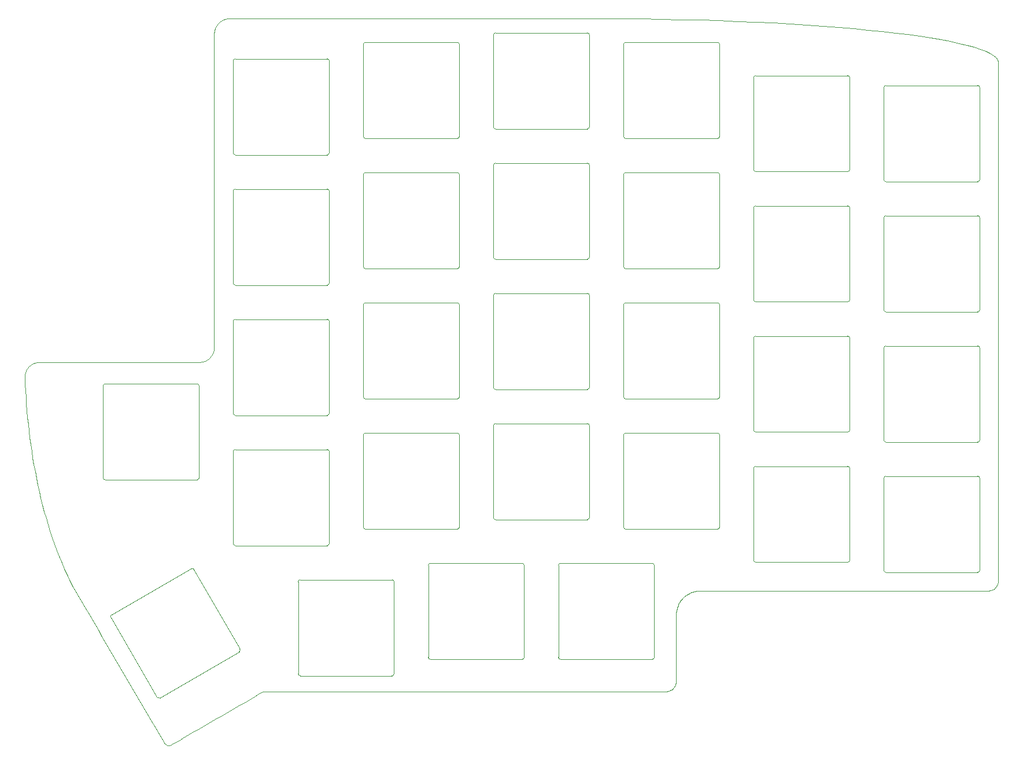
<source format=gm1>
G04 #@! TF.GenerationSoftware,KiCad,Pcbnew,8.0.6*
G04 #@! TF.CreationDate,2025-01-10T15:37:59+13:00*
G04 #@! TF.ProjectId,Plate,506c6174-652e-46b6-9963-61645f706362,1*
G04 #@! TF.SameCoordinates,Original*
G04 #@! TF.FileFunction,Profile,NP*
%FSLAX46Y46*%
G04 Gerber Fmt 4.6, Leading zero omitted, Abs format (unit mm)*
G04 Created by KiCad (PCBNEW 8.0.6) date 2025-01-10 15:37:59*
%MOMM*%
%LPD*%
G01*
G04 APERTURE LIST*
%ADD10C,0.100000*%
G04 #@! TA.AperFunction,Profile*
%ADD11C,0.100000*%
G04 #@! TD*
G04 #@! TA.AperFunction,Profile*
%ADD12C,0.050000*%
G04 #@! TD*
G04 APERTURE END LIST*
D10*
X87597430Y-129588267D02*
X88012250Y-130294122D01*
X88428154Y-131001821D01*
X88845070Y-131711242D01*
X89262926Y-132422261D01*
X89681648Y-133134756D01*
X90101166Y-133848603D01*
X90521406Y-134563680D01*
X90942296Y-135279863D01*
X91363764Y-135997030D01*
X91785738Y-136715058D01*
X92208146Y-137433823D01*
X92630915Y-138153202D01*
X93053972Y-138873074D01*
X93477246Y-139593314D01*
X93900665Y-140313799D01*
X94324156Y-141034408D01*
X94747647Y-141755016D01*
X95171065Y-142475501D01*
X95594338Y-143195739D01*
X96017395Y-143915609D01*
X96440162Y-144634986D01*
X96862568Y-145353748D01*
X97284540Y-146071772D01*
X97706006Y-146788935D01*
X98126893Y-147505114D01*
X98547130Y-148220186D01*
X98966644Y-148934027D01*
X99385363Y-149646516D01*
X99803215Y-150357529D01*
X100220127Y-151066943D01*
X100636027Y-151774635D01*
X101050843Y-152480482D01*
D11*
X179423908Y-130145741D02*
X221564560Y-130145741D01*
X82742337Y-96700554D02*
X106087429Y-96700751D01*
D10*
X80542927Y-98902886D02*
X80585037Y-99870952D01*
X80636267Y-100843497D01*
X80696855Y-101820012D01*
X80767041Y-102799992D01*
X80847063Y-103782929D01*
X80937159Y-104768317D01*
X81037568Y-105755648D01*
X81148530Y-106744417D01*
X81270282Y-107734116D01*
X81403064Y-108724238D01*
X81547114Y-109714277D01*
X81702671Y-110703725D01*
X81869974Y-111692077D01*
X82049261Y-112678825D01*
X82240771Y-113663462D01*
X82444743Y-114645481D01*
X82661415Y-115624377D01*
X82891027Y-116599641D01*
X83133817Y-117570767D01*
X83390023Y-118537249D01*
X83659885Y-119498579D01*
X83943641Y-120454251D01*
X84241529Y-121403758D01*
X84553789Y-122346593D01*
X84880660Y-123282249D01*
X85222379Y-124210220D01*
X85579187Y-125129998D01*
X85951320Y-126041077D01*
X86339019Y-126942951D01*
X86742522Y-127835111D01*
X87162067Y-128717052D01*
X87597894Y-129588267D01*
D11*
X108287065Y-94500652D02*
X108287065Y-48642768D01*
D10*
X175923908Y-143367664D02*
X175916171Y-143521141D01*
X175893461Y-143670160D01*
X175856528Y-143813968D01*
X175806125Y-143951816D01*
X175743002Y-144082952D01*
X175667909Y-144206624D01*
X175581598Y-144322083D01*
X175484821Y-144428577D01*
X175378327Y-144525354D01*
X175262868Y-144611665D01*
X175139196Y-144686758D01*
X175008060Y-144749881D01*
X174870212Y-144800284D01*
X174726404Y-144837217D01*
X174577385Y-144859927D01*
X174423908Y-144867664D01*
X82742093Y-96700750D02*
X82627504Y-96703569D01*
X82514581Y-96711940D01*
X82403454Y-96725734D01*
X82294251Y-96744822D01*
X82187102Y-96769073D01*
X82082136Y-96798359D01*
X81979482Y-96832550D01*
X81879271Y-96871517D01*
X81781630Y-96915130D01*
X81686690Y-96963259D01*
X81594579Y-97015776D01*
X81505428Y-97072551D01*
X81419365Y-97133454D01*
X81336519Y-97198356D01*
X81257021Y-97267128D01*
X81180998Y-97339641D01*
X81108582Y-97415763D01*
X81039900Y-97495368D01*
X80975082Y-97578324D01*
X80914258Y-97664502D01*
X80857557Y-97753774D01*
X80805108Y-97846009D01*
X80757040Y-97941078D01*
X80713483Y-98038853D01*
X80674566Y-98139202D01*
X80640418Y-98241997D01*
X80611169Y-98347109D01*
X80586949Y-98454408D01*
X80567885Y-98563765D01*
X80554108Y-98675049D01*
X80545747Y-98788133D01*
X80542932Y-98902886D01*
X223064560Y-52792761D02*
X222988892Y-52465739D01*
X222764320Y-52143040D01*
X222394485Y-51825060D01*
X221883031Y-51512196D01*
X221233600Y-51204845D01*
X220449836Y-50903406D01*
X219535381Y-50608276D01*
X218493879Y-50319852D01*
X217328972Y-50038531D01*
X216044305Y-49764711D01*
X214643519Y-49498790D01*
X213130257Y-49241164D01*
X211508163Y-48992231D01*
X209780880Y-48752389D01*
X207952051Y-48522035D01*
X206025318Y-48301567D01*
X204004325Y-48091381D01*
X201892715Y-47891875D01*
X199694130Y-47703447D01*
X197412214Y-47526494D01*
X195050610Y-47361413D01*
X192612961Y-47208602D01*
X190102909Y-47068459D01*
X187524098Y-46941380D01*
X184880171Y-46827763D01*
X182174771Y-46728006D01*
X179411541Y-46642506D01*
X176594123Y-46571660D01*
X173726162Y-46515865D01*
X170811299Y-46475520D01*
X167853178Y-46451022D01*
X164855442Y-46442768D01*
X101050843Y-152480482D02*
X101119896Y-152566187D01*
X101200202Y-152637257D01*
X101289704Y-152693610D01*
X101386346Y-152735162D01*
X101488072Y-152761829D01*
X101592827Y-152773528D01*
X101698555Y-152770176D01*
X101803199Y-152751688D01*
X101904704Y-152717983D01*
X102001014Y-152668975D01*
X102061319Y-152627762D01*
X110486672Y-46442768D02*
X110373393Y-46445627D01*
X110261612Y-46454115D01*
X110151465Y-46468093D01*
X110043090Y-46487423D01*
X109936626Y-46511968D01*
X109832209Y-46541590D01*
X109729977Y-46576152D01*
X109630068Y-46615515D01*
X109532620Y-46659543D01*
X109437770Y-46708096D01*
X109345656Y-46761039D01*
X109256416Y-46818232D01*
X109170187Y-46879539D01*
X109087107Y-46944821D01*
X109007313Y-47013941D01*
X108930944Y-47086762D01*
X108858136Y-47163144D01*
X108789028Y-47242952D01*
X108723758Y-47326047D01*
X108662462Y-47412292D01*
X108605279Y-47501548D01*
X108552346Y-47593678D01*
X108503801Y-47688545D01*
X108459782Y-47786011D01*
X108420425Y-47885937D01*
X108385870Y-47988187D01*
X108356253Y-48092623D01*
X108331712Y-48199107D01*
X108312385Y-48307501D01*
X108298410Y-48417667D01*
X108289924Y-48529469D01*
X108287065Y-48642768D01*
D11*
X223064560Y-52792761D02*
X223064560Y-128645741D01*
D10*
X175923908Y-133645741D02*
X175928457Y-133465492D01*
X175941960Y-133287626D01*
X175964198Y-133112361D01*
X175994951Y-132939916D01*
X176034000Y-132770511D01*
X176081126Y-132604363D01*
X176136110Y-132441693D01*
X176198734Y-132282718D01*
X176268777Y-132127660D01*
X176346022Y-131976735D01*
X176430248Y-131830164D01*
X176521238Y-131688165D01*
X176618771Y-131550958D01*
X176722629Y-131418762D01*
X176832593Y-131291795D01*
X176948444Y-131170276D01*
X177069962Y-131054426D01*
X177196929Y-130944462D01*
X177329126Y-130840604D01*
X177466333Y-130743070D01*
X177608331Y-130652081D01*
X177754902Y-130567854D01*
X177905827Y-130490610D01*
X178060886Y-130420566D01*
X178219860Y-130357943D01*
X178382530Y-130302959D01*
X178548678Y-130255832D01*
X178718084Y-130216783D01*
X178890529Y-130186031D01*
X179065794Y-130163793D01*
X179243660Y-130150290D01*
X179423908Y-130145741D01*
D11*
X175923908Y-133645741D02*
X175923908Y-143367664D01*
X115467734Y-144867664D02*
X174423908Y-144867664D01*
D10*
X106087457Y-96700652D02*
X106200735Y-96697792D01*
X106312517Y-96689304D01*
X106422664Y-96675326D01*
X106531038Y-96655996D01*
X106637503Y-96631451D01*
X106741920Y-96601829D01*
X106844152Y-96567267D01*
X106944060Y-96527904D01*
X107041509Y-96483876D01*
X107136359Y-96435323D01*
X107228473Y-96382380D01*
X107317713Y-96325187D01*
X107403942Y-96263880D01*
X107487022Y-96198598D01*
X107566816Y-96129478D01*
X107643185Y-96056658D01*
X107715993Y-95980275D01*
X107785100Y-95900467D01*
X107850371Y-95817372D01*
X107911667Y-95731127D01*
X107968850Y-95641871D01*
X108021783Y-95549741D01*
X108070328Y-95454874D01*
X108114347Y-95357408D01*
X108153704Y-95257482D01*
X108188259Y-95155232D01*
X108217876Y-95050796D01*
X108242417Y-94944312D01*
X108261744Y-94835918D01*
X108275719Y-94725752D01*
X108284205Y-94613950D01*
X108287065Y-94500652D01*
X102061319Y-152627762D02*
X102474661Y-152388458D01*
X102889084Y-152148529D01*
X103304516Y-151908016D01*
X103720883Y-151666961D01*
X104138116Y-151425405D01*
X104556140Y-151183391D01*
X104974885Y-150940960D01*
X105394279Y-150698153D01*
X105814248Y-150455013D01*
X106234721Y-150211581D01*
X106655627Y-149967899D01*
X107076893Y-149724008D01*
X107498447Y-149479950D01*
X107920216Y-149235768D01*
X108342130Y-148991502D01*
X108764116Y-148747195D01*
X109186101Y-148502887D01*
X109608014Y-148258622D01*
X110029783Y-148014440D01*
X110451336Y-147770383D01*
X110872600Y-147526493D01*
X111293504Y-147282812D01*
X111713976Y-147039381D01*
X112133943Y-146796242D01*
X112553333Y-146553437D01*
X112972075Y-146311007D01*
X113390097Y-146068995D01*
X113807326Y-145827442D01*
X114223690Y-145586389D01*
X114639117Y-145345878D01*
X115053536Y-145105951D01*
X115466874Y-144866651D01*
D11*
X164855442Y-46442768D02*
X110486672Y-46442768D01*
D10*
X223064560Y-128645741D02*
X223056823Y-128799218D01*
X223034113Y-128948236D01*
X222997180Y-129092045D01*
X222946777Y-129229892D01*
X222883654Y-129361028D01*
X222808561Y-129484701D01*
X222722250Y-129600160D01*
X222625473Y-129706653D01*
X222518979Y-129803431D01*
X222403520Y-129889742D01*
X222279848Y-129964834D01*
X222148712Y-130027958D01*
X222010864Y-130078361D01*
X221867056Y-130115293D01*
X221718037Y-130138004D01*
X221564560Y-130145741D01*
D12*
X111075000Y-123225000D02*
X111075000Y-109775000D01*
X111375000Y-109475000D02*
X124825000Y-109475000D01*
X124825000Y-123525000D02*
X111375000Y-123525000D01*
X125125000Y-109775000D02*
X125125000Y-123225000D01*
X111075000Y-109775000D02*
G75*
G02*
X111375000Y-109475000I300000J0D01*
G01*
X111375000Y-123525000D02*
G75*
G02*
X111075000Y-123225000I0J300000D01*
G01*
X124825000Y-109475000D02*
G75*
G02*
X125125000Y-109775000I0J-300000D01*
G01*
X125125000Y-123225000D02*
G75*
G02*
X124825000Y-123525000I-300000J0D01*
G01*
X168225000Y-120825000D02*
X168225000Y-107375000D01*
X168525000Y-107075000D02*
X181975000Y-107075000D01*
X181975000Y-121125000D02*
X168525000Y-121125000D01*
X182275000Y-107375000D02*
X182275000Y-120825000D01*
X168225000Y-107375000D02*
G75*
G02*
X168525000Y-107075000I300000J0D01*
G01*
X168525000Y-121125000D02*
G75*
G02*
X168225000Y-120825000I0J300000D01*
G01*
X181975000Y-107075000D02*
G75*
G02*
X182275000Y-107375000I0J-300000D01*
G01*
X182275000Y-120825000D02*
G75*
G02*
X181975000Y-121125000I-300000J0D01*
G01*
X149175000Y-62275000D02*
X149175000Y-48825000D01*
X149475000Y-48525000D02*
X162925000Y-48525000D01*
X162925000Y-62575000D02*
X149475000Y-62575000D01*
X163225000Y-48825000D02*
X163225000Y-62275000D01*
X149175000Y-48825000D02*
G75*
G02*
X149475000Y-48525000I300000J0D01*
G01*
X149475000Y-62575000D02*
G75*
G02*
X149175000Y-62275000I0J300000D01*
G01*
X162925000Y-48525000D02*
G75*
G02*
X163225000Y-48825000I0J-300000D01*
G01*
X163225000Y-62275000D02*
G75*
G02*
X162925000Y-62575000I-300000J0D01*
G01*
X149175000Y-100375000D02*
X149175000Y-86925000D01*
X149475000Y-86625000D02*
X162925000Y-86625000D01*
X162925000Y-100675000D02*
X149475000Y-100675000D01*
X163225000Y-86925000D02*
X163225000Y-100375000D01*
X149175000Y-86925000D02*
G75*
G02*
X149475000Y-86625000I300000J0D01*
G01*
X149475000Y-100675000D02*
G75*
G02*
X149175000Y-100375000I0J300000D01*
G01*
X162925000Y-86625000D02*
G75*
G02*
X163225000Y-86925000I0J-300000D01*
G01*
X163225000Y-100375000D02*
G75*
G02*
X162925000Y-100675000I-300000J0D01*
G01*
X168225000Y-82725000D02*
X168225000Y-69275000D01*
X168525000Y-68975000D02*
X181975000Y-68975000D01*
X181975000Y-83025000D02*
X168525000Y-83025000D01*
X182275000Y-69275000D02*
X182275000Y-82725000D01*
X168225000Y-69275000D02*
G75*
G02*
X168525000Y-68975000I300000J0D01*
G01*
X168525000Y-83025000D02*
G75*
G02*
X168225000Y-82725000I0J300000D01*
G01*
X181975000Y-68975000D02*
G75*
G02*
X182275000Y-69275000I0J-300000D01*
G01*
X182275000Y-82725000D02*
G75*
G02*
X181975000Y-83025000I-300000J0D01*
G01*
X206325000Y-89025000D02*
X206325000Y-75575000D01*
X206625000Y-75275000D02*
X220075000Y-75275000D01*
X220075000Y-89325000D02*
X206625000Y-89325000D01*
X220375000Y-75575000D02*
X220375000Y-89025000D01*
X206325000Y-75575000D02*
G75*
G02*
X206625000Y-75275000I300000J0D01*
G01*
X206625000Y-89325000D02*
G75*
G02*
X206325000Y-89025000I0J300000D01*
G01*
X220075000Y-75275000D02*
G75*
G02*
X220375000Y-75575000I0J-300000D01*
G01*
X220375000Y-89025000D02*
G75*
G02*
X220075000Y-89325000I-300000J0D01*
G01*
X111075000Y-85125000D02*
X111075000Y-71675000D01*
X111375000Y-71375000D02*
X124825000Y-71375000D01*
X124825000Y-85425000D02*
X111375000Y-85425000D01*
X125125000Y-71675000D02*
X125125000Y-85125000D01*
X111075000Y-71675000D02*
G75*
G02*
X111375000Y-71375000I300000J0D01*
G01*
X111375000Y-85425000D02*
G75*
G02*
X111075000Y-85125000I0J300000D01*
G01*
X124825000Y-71375000D02*
G75*
G02*
X125125000Y-71675000I0J-300000D01*
G01*
X125125000Y-85125000D02*
G75*
G02*
X124825000Y-85425000I-300000J0D01*
G01*
X206325000Y-108075000D02*
X206325000Y-94625000D01*
X206625000Y-94325000D02*
X220075000Y-94325000D01*
X220075000Y-108375000D02*
X206625000Y-108375000D01*
X220375000Y-94625000D02*
X220375000Y-108075000D01*
X206325000Y-94625000D02*
G75*
G02*
X206625000Y-94325000I300000J0D01*
G01*
X206625000Y-108375000D02*
G75*
G02*
X206325000Y-108075000I0J300000D01*
G01*
X220075000Y-94325000D02*
G75*
G02*
X220375000Y-94625000I0J-300000D01*
G01*
X220375000Y-108075000D02*
G75*
G02*
X220075000Y-108375000I-300000J0D01*
G01*
X149175000Y-81325000D02*
X149175000Y-67875000D01*
X149475000Y-67575000D02*
X162925000Y-67575000D01*
X162925000Y-81625000D02*
X149475000Y-81625000D01*
X163225000Y-67875000D02*
X163225000Y-81325000D01*
X149175000Y-67875000D02*
G75*
G02*
X149475000Y-67575000I300000J0D01*
G01*
X149475000Y-81625000D02*
G75*
G02*
X149175000Y-81325000I0J300000D01*
G01*
X162925000Y-67575000D02*
G75*
G02*
X163225000Y-67875000I0J-300000D01*
G01*
X163225000Y-81325000D02*
G75*
G02*
X162925000Y-81625000I-300000J0D01*
G01*
X130125000Y-101775000D02*
X130125000Y-88325000D01*
X130425000Y-88025000D02*
X143875000Y-88025000D01*
X143875000Y-102075000D02*
X130425000Y-102075000D01*
X144175000Y-88325000D02*
X144175000Y-101775000D01*
X130125000Y-88325000D02*
G75*
G02*
X130425000Y-88025000I300000J0D01*
G01*
X130425000Y-102075000D02*
G75*
G02*
X130125000Y-101775000I0J300000D01*
G01*
X143875000Y-88025000D02*
G75*
G02*
X144175000Y-88325000I0J-300000D01*
G01*
X144175000Y-101775000D02*
G75*
G02*
X143875000Y-102075000I-300000J0D01*
G01*
X187275000Y-106625000D02*
X187275000Y-93175000D01*
X187575000Y-92875000D02*
X201025000Y-92875000D01*
X201025000Y-106925000D02*
X187575000Y-106925000D01*
X201325000Y-93175000D02*
X201325000Y-106625000D01*
X187275000Y-93175000D02*
G75*
G02*
X187575000Y-92875000I300000J0D01*
G01*
X187575000Y-106925000D02*
G75*
G02*
X187275000Y-106625000I0J300000D01*
G01*
X201025000Y-92875000D02*
G75*
G02*
X201325000Y-93175000I0J-300000D01*
G01*
X201325000Y-106625000D02*
G75*
G02*
X201025000Y-106925000I-300000J0D01*
G01*
X206325000Y-69975000D02*
X206325000Y-56525000D01*
X206625000Y-56225000D02*
X220075000Y-56225000D01*
X220075000Y-70275000D02*
X206625000Y-70275000D01*
X220375000Y-56525000D02*
X220375000Y-69975000D01*
X206325000Y-56525000D02*
G75*
G02*
X206625000Y-56225000I300000J0D01*
G01*
X206625000Y-70275000D02*
G75*
G02*
X206325000Y-69975000I0J300000D01*
G01*
X220075000Y-56225000D02*
G75*
G02*
X220375000Y-56525000I0J-300000D01*
G01*
X220375000Y-69975000D02*
G75*
G02*
X220075000Y-70275000I-300000J0D01*
G01*
X158675000Y-139875000D02*
X158675000Y-126425000D01*
X158975000Y-126125000D02*
X172425000Y-126125000D01*
X172425000Y-140175000D02*
X158975000Y-140175000D01*
X172725000Y-126425000D02*
X172725000Y-139875000D01*
X158675000Y-126425000D02*
G75*
G02*
X158975000Y-126125000I300000J0D01*
G01*
X158975000Y-140175000D02*
G75*
G02*
X158675000Y-139875000I0J300000D01*
G01*
X172425000Y-126125000D02*
G75*
G02*
X172725000Y-126425000I0J-300000D01*
G01*
X172725000Y-139875000D02*
G75*
G02*
X172425000Y-140175000I-300000J0D01*
G01*
X187275000Y-125675000D02*
X187275000Y-112225000D01*
X187575000Y-111925000D02*
X201025000Y-111925000D01*
X201025000Y-125975000D02*
X187575000Y-125975000D01*
X201325000Y-112225000D02*
X201325000Y-125675000D01*
X187275000Y-112225000D02*
G75*
G02*
X187575000Y-111925000I300000J0D01*
G01*
X187575000Y-125975000D02*
G75*
G02*
X187275000Y-125675000I0J300000D01*
G01*
X201025000Y-111925000D02*
G75*
G02*
X201325000Y-112225000I0J-300000D01*
G01*
X201325000Y-125675000D02*
G75*
G02*
X201025000Y-125975000I-300000J0D01*
G01*
X206325000Y-127125000D02*
X206325000Y-113675000D01*
X206625000Y-113375000D02*
X220075000Y-113375000D01*
X220075000Y-127425000D02*
X206625000Y-127425000D01*
X220375000Y-113675000D02*
X220375000Y-127125000D01*
X206325000Y-113675000D02*
G75*
G02*
X206625000Y-113375000I300000J0D01*
G01*
X206625000Y-127425000D02*
G75*
G02*
X206325000Y-127125000I0J300000D01*
G01*
X220075000Y-113375000D02*
G75*
G02*
X220375000Y-113675000I0J-300000D01*
G01*
X220375000Y-127125000D02*
G75*
G02*
X220075000Y-127425000I-300000J0D01*
G01*
X111075000Y-104175000D02*
X111075000Y-90725000D01*
X111375000Y-90425000D02*
X124825000Y-90425000D01*
X124825000Y-104475000D02*
X111375000Y-104475000D01*
X125125000Y-90725000D02*
X125125000Y-104175000D01*
X111075000Y-90725000D02*
G75*
G02*
X111375000Y-90425000I300000J0D01*
G01*
X111375000Y-104475000D02*
G75*
G02*
X111075000Y-104175000I0J300000D01*
G01*
X124825000Y-90425000D02*
G75*
G02*
X125125000Y-90725000I0J-300000D01*
G01*
X125125000Y-104175000D02*
G75*
G02*
X124825000Y-104475000I-300000J0D01*
G01*
X92025000Y-113625000D02*
X92025000Y-100175000D01*
X92325000Y-99875000D02*
X105775000Y-99875000D01*
X105775000Y-113925000D02*
X92325000Y-113925000D01*
X106075000Y-100175000D02*
X106075000Y-113625000D01*
X92025000Y-100175000D02*
G75*
G02*
X92325000Y-99875000I300000J0D01*
G01*
X92325000Y-113925000D02*
G75*
G02*
X92025000Y-113625000I0J300000D01*
G01*
X105775000Y-99875000D02*
G75*
G02*
X106075000Y-100175000I0J-300000D01*
G01*
X106075000Y-113625000D02*
G75*
G02*
X105775000Y-113925000I-300000J0D01*
G01*
X168225000Y-63675000D02*
X168225000Y-50225000D01*
X168525000Y-49925000D02*
X181975000Y-49925000D01*
X181975000Y-63975000D02*
X168525000Y-63975000D01*
X182275000Y-50225000D02*
X182275000Y-63675000D01*
X168225000Y-50225000D02*
G75*
G02*
X168525000Y-49925000I300000J0D01*
G01*
X168525000Y-63975000D02*
G75*
G02*
X168225000Y-63675000I0J300000D01*
G01*
X181975000Y-49925000D02*
G75*
G02*
X182275000Y-50225000I0J-300000D01*
G01*
X182275000Y-63675000D02*
G75*
G02*
X181975000Y-63975000I-300000J0D01*
G01*
X130125000Y-120825000D02*
X130125000Y-107375000D01*
X130425000Y-107075000D02*
X143875000Y-107075000D01*
X143875000Y-121125000D02*
X130425000Y-121125000D01*
X144175000Y-107375000D02*
X144175000Y-120825000D01*
X130125000Y-107375000D02*
G75*
G02*
X130425000Y-107075000I300000J0D01*
G01*
X130425000Y-121125000D02*
G75*
G02*
X130125000Y-120825000I0J300000D01*
G01*
X143875000Y-107075000D02*
G75*
G02*
X144175000Y-107375000I0J-300000D01*
G01*
X144175000Y-120825000D02*
G75*
G02*
X143875000Y-121125000I-300000J0D01*
G01*
X187275000Y-87575000D02*
X187275000Y-74125000D01*
X187575000Y-73825000D02*
X201025000Y-73825000D01*
X201025000Y-87875000D02*
X187575000Y-87875000D01*
X201325000Y-74125000D02*
X201325000Y-87575000D01*
X187275000Y-74125000D02*
G75*
G02*
X187575000Y-73825000I300000J0D01*
G01*
X187575000Y-87875000D02*
G75*
G02*
X187275000Y-87575000I0J300000D01*
G01*
X201025000Y-73825000D02*
G75*
G02*
X201325000Y-74125000I0J-300000D01*
G01*
X201325000Y-87575000D02*
G75*
G02*
X201025000Y-87875000I-300000J0D01*
G01*
X130125000Y-82725000D02*
X130125000Y-69275000D01*
X130425000Y-68975000D02*
X143875000Y-68975000D01*
X143875000Y-83025000D02*
X130425000Y-83025000D01*
X144175000Y-69275000D02*
X144175000Y-82725000D01*
X130125000Y-69275000D02*
G75*
G02*
X130425000Y-68975000I300000J0D01*
G01*
X130425000Y-83025000D02*
G75*
G02*
X130125000Y-82725000I0J300000D01*
G01*
X143875000Y-68975000D02*
G75*
G02*
X144175000Y-69275000I0J-300000D01*
G01*
X144175000Y-82725000D02*
G75*
G02*
X143875000Y-83025000I-300000J0D01*
G01*
X93263479Y-133628672D02*
X104911521Y-126903672D01*
X99878672Y-145686521D02*
X93153672Y-134038479D01*
X105321328Y-127013479D02*
X112046328Y-138661521D01*
X111936521Y-139071328D02*
X100288479Y-145796328D01*
X93153672Y-134038479D02*
G75*
G02*
X93263479Y-133628672I259817J149997D01*
G01*
X100288479Y-145796328D02*
G75*
G02*
X99878672Y-145686521I-149997J259817D01*
G01*
X104911521Y-126903672D02*
G75*
G02*
X105321328Y-127013479I150000J-259807D01*
G01*
X112046328Y-138661521D02*
G75*
G02*
X111936521Y-139071328I-259807J-150000D01*
G01*
X149175000Y-119425000D02*
X149175000Y-105975000D01*
X149475000Y-105675000D02*
X162925000Y-105675000D01*
X162925000Y-119725000D02*
X149475000Y-119725000D01*
X163225000Y-105975000D02*
X163225000Y-119425000D01*
X149175000Y-105975000D02*
G75*
G02*
X149475000Y-105675000I300000J0D01*
G01*
X149475000Y-119725000D02*
G75*
G02*
X149175000Y-119425000I0J300000D01*
G01*
X162925000Y-105675000D02*
G75*
G02*
X163225000Y-105975000I0J-300000D01*
G01*
X163225000Y-119425000D02*
G75*
G02*
X162925000Y-119725000I-300000J0D01*
G01*
X187275000Y-68525000D02*
X187275000Y-55075000D01*
X187575000Y-54775000D02*
X201025000Y-54775000D01*
X201025000Y-68825000D02*
X187575000Y-68825000D01*
X201325000Y-55075000D02*
X201325000Y-68525000D01*
X187275000Y-55075000D02*
G75*
G02*
X187575000Y-54775000I300000J0D01*
G01*
X187575000Y-68825000D02*
G75*
G02*
X187275000Y-68525000I0J300000D01*
G01*
X201025000Y-54775000D02*
G75*
G02*
X201325000Y-55075000I0J-300000D01*
G01*
X201325000Y-68525000D02*
G75*
G02*
X201025000Y-68825000I-300000J0D01*
G01*
X139625000Y-139875000D02*
X139625000Y-126425000D01*
X139925000Y-126125000D02*
X153375000Y-126125000D01*
X153375000Y-140175000D02*
X139925000Y-140175000D01*
X153675000Y-126425000D02*
X153675000Y-139875000D01*
X139625000Y-126425000D02*
G75*
G02*
X139925000Y-126125000I300000J0D01*
G01*
X139925000Y-140175000D02*
G75*
G02*
X139625000Y-139875000I0J300000D01*
G01*
X153375000Y-126125000D02*
G75*
G02*
X153675000Y-126425000I0J-300000D01*
G01*
X153675000Y-139875000D02*
G75*
G02*
X153375000Y-140175000I-300000J0D01*
G01*
X168225000Y-101775000D02*
X168225000Y-88325000D01*
X168525000Y-88025000D02*
X181975000Y-88025000D01*
X181975000Y-102075000D02*
X168525000Y-102075000D01*
X182275000Y-88325000D02*
X182275000Y-101775000D01*
X168225000Y-88325000D02*
G75*
G02*
X168525000Y-88025000I300000J0D01*
G01*
X168525000Y-102075000D02*
G75*
G02*
X168225000Y-101775000I0J300000D01*
G01*
X181975000Y-88025000D02*
G75*
G02*
X182275000Y-88325000I0J-300000D01*
G01*
X182275000Y-101775000D02*
G75*
G02*
X181975000Y-102075000I-300000J0D01*
G01*
X130125000Y-63675000D02*
X130125000Y-50225000D01*
X130425000Y-49925000D02*
X143875000Y-49925000D01*
X143875000Y-63975000D02*
X130425000Y-63975000D01*
X144175000Y-50225000D02*
X144175000Y-63675000D01*
X130125000Y-50225000D02*
G75*
G02*
X130425000Y-49925000I300000J0D01*
G01*
X130425000Y-63975000D02*
G75*
G02*
X130125000Y-63675000I0J300000D01*
G01*
X143875000Y-49925000D02*
G75*
G02*
X144175000Y-50225000I0J-300000D01*
G01*
X144175000Y-63675000D02*
G75*
G02*
X143875000Y-63975000I-300000J0D01*
G01*
X120575000Y-142275000D02*
X120575000Y-128825000D01*
X120875000Y-128525000D02*
X134325000Y-128525000D01*
X134325000Y-142575000D02*
X120875000Y-142575000D01*
X134625000Y-128825000D02*
X134625000Y-142275000D01*
X120575000Y-128825000D02*
G75*
G02*
X120875000Y-128525000I300000J0D01*
G01*
X120875000Y-142575000D02*
G75*
G02*
X120575000Y-142275000I0J300000D01*
G01*
X134325000Y-128525000D02*
G75*
G02*
X134625000Y-128825000I0J-300000D01*
G01*
X134625000Y-142275000D02*
G75*
G02*
X134325000Y-142575000I-300000J0D01*
G01*
X111075000Y-66075000D02*
X111075000Y-52625000D01*
X111375000Y-52325000D02*
X124825000Y-52325000D01*
X124825000Y-66375000D02*
X111375000Y-66375000D01*
X125125000Y-52625000D02*
X125125000Y-66075000D01*
X111075000Y-52625000D02*
G75*
G02*
X111375000Y-52325000I300000J0D01*
G01*
X111375000Y-66375000D02*
G75*
G02*
X111075000Y-66075000I0J300000D01*
G01*
X124825000Y-52325000D02*
G75*
G02*
X125125000Y-52625000I0J-300000D01*
G01*
X125125000Y-66075000D02*
G75*
G02*
X124825000Y-66375000I-300000J0D01*
G01*
M02*

</source>
